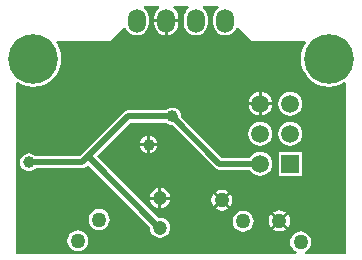
<source format=gbl>
G04 Layer_Physical_Order=2*
G04 Layer_Color=16711680*
%FSLAX43Y43*%
%MOMM*%
G71*
G01*
G75*
%ADD17C,0.500*%
%ADD18C,1.270*%
%ADD19C,4.200*%
%ADD20O,1.500X2.000*%
%ADD21R,1.500X1.500*%
%ADD22C,1.500*%
%ADD23C,1.200*%
%ADD24C,1.000*%
G36*
X18179Y21822D02*
X18037Y21713D01*
X17876Y21504D01*
X17776Y21261D01*
X17741Y21000D01*
Y20500D01*
X17776Y20239D01*
X17876Y19996D01*
X18037Y19787D01*
X18246Y19626D01*
X18489Y19526D01*
X18750Y19491D01*
X19011Y19526D01*
X19254Y19626D01*
X19463Y19787D01*
X19624Y19996D01*
X19661Y20087D01*
X19871Y20129D01*
X21000Y19000D01*
X25483D01*
X25559Y18839D01*
X25537Y18812D01*
X25318Y18404D01*
X25184Y17961D01*
X25139Y17500D01*
X25184Y17039D01*
X25318Y16596D01*
X25537Y16188D01*
X25830Y15830D01*
X26188Y15537D01*
X26596Y15318D01*
X27039Y15184D01*
X27500Y15139D01*
X27961Y15184D01*
X28404Y15318D01*
X28812Y15537D01*
X28839Y15559D01*
X29000Y15483D01*
Y1000D01*
X25488D01*
X25453Y1178D01*
X25571Y1227D01*
X25756Y1369D01*
X25898Y1554D01*
X25987Y1769D01*
X26018Y2000D01*
X25987Y2231D01*
X25898Y2446D01*
X25756Y2631D01*
X25571Y2773D01*
X25356Y2862D01*
X25125Y2893D01*
X24894Y2862D01*
X24679Y2773D01*
X24494Y2631D01*
X24352Y2446D01*
X24263Y2231D01*
X24232Y2000D01*
X24263Y1769D01*
X24352Y1554D01*
X24494Y1369D01*
X24679Y1227D01*
X24797Y1178D01*
X24762Y1000D01*
X1000D01*
Y15483D01*
X1161Y15559D01*
X1188Y15537D01*
X1596Y15318D01*
X2039Y15184D01*
X2500Y15139D01*
X2961Y15184D01*
X3404Y15318D01*
X3812Y15537D01*
X4170Y15830D01*
X4463Y16188D01*
X4682Y16596D01*
X4816Y17039D01*
X4861Y17500D01*
X4816Y17961D01*
X4682Y18404D01*
X4463Y18812D01*
X4441Y18839D01*
X4517Y19000D01*
X9000D01*
X10129Y20129D01*
X10339Y20087D01*
X10377Y19996D01*
X10537Y19787D01*
X10746Y19626D01*
X10989Y19526D01*
X11250Y19491D01*
X11511Y19526D01*
X11754Y19626D01*
X11963Y19787D01*
X12123Y19996D01*
X12224Y20239D01*
X12259Y20500D01*
Y21000D01*
X12224Y21261D01*
X12123Y21504D01*
X11963Y21713D01*
X11821Y21822D01*
X11882Y22000D01*
X13112D01*
X13172Y21822D01*
X13034Y21716D01*
X12873Y21506D01*
X12772Y21262D01*
X12737Y21000D01*
Y20877D01*
X13750D01*
X14763D01*
Y21000D01*
X14728Y21262D01*
X14627Y21506D01*
X14466Y21716D01*
X14328Y21822D01*
X14388Y22000D01*
X15618D01*
X15679Y21822D01*
X15537Y21713D01*
X15377Y21504D01*
X15276Y21261D01*
X15241Y21000D01*
Y20500D01*
X15276Y20239D01*
X15377Y19996D01*
X15537Y19787D01*
X15746Y19626D01*
X15989Y19526D01*
X16250Y19491D01*
X16511Y19526D01*
X16754Y19626D01*
X16963Y19787D01*
X17124Y19996D01*
X17224Y20239D01*
X17259Y20500D01*
Y21000D01*
X17224Y21261D01*
X17124Y21504D01*
X16963Y21713D01*
X16821Y21822D01*
X16882Y22000D01*
X18118D01*
X18179Y21822D01*
D02*
G37*
%LPC*%
G36*
X17742Y6078D02*
X17677Y5994D01*
X17588Y5778D01*
X17557Y5546D01*
X17588Y5314D01*
X17677Y5098D01*
X17742Y5014D01*
X18274Y5546D01*
X17742Y6078D01*
D02*
G37*
G36*
X13081Y5588D02*
X12363D01*
X12376Y5492D01*
X12462Y5284D01*
X12599Y5106D01*
X12777Y4969D01*
X12985Y4883D01*
X13081Y4870D01*
Y5588D01*
D02*
G37*
G36*
X14053D02*
X13335D01*
Y4870D01*
X13431Y4883D01*
X13639Y4969D01*
X13817Y5106D01*
X13954Y5284D01*
X14040Y5492D01*
X14053Y5588D01*
D02*
G37*
G36*
X19166Y6078D02*
X18634Y5546D01*
X19166Y5014D01*
X19230Y5098D01*
X19320Y5314D01*
X19351Y5546D01*
X19320Y5778D01*
X19230Y5994D01*
X19166Y6078D01*
D02*
G37*
G36*
X13335Y6560D02*
Y5842D01*
X14053D01*
X14040Y5938D01*
X13954Y6146D01*
X13817Y6324D01*
X13639Y6461D01*
X13431Y6547D01*
X13335Y6560D01*
D02*
G37*
G36*
X13081Y6560D02*
X12985Y6547D01*
X12777Y6461D01*
X12599Y6324D01*
X12462Y6146D01*
X12376Y5938D01*
X12363Y5842D01*
X13081D01*
Y6560D01*
D02*
G37*
G36*
X18454Y6443D02*
X18222Y6412D01*
X18006Y6323D01*
X17922Y6258D01*
X18454Y5726D01*
X18986Y6258D01*
X18902Y6323D01*
X18686Y6412D01*
X18454Y6443D01*
D02*
G37*
G36*
Y5366D02*
X17922Y4834D01*
X18006Y4770D01*
X18222Y4680D01*
X18454Y4649D01*
X18686Y4680D01*
X18902Y4770D01*
X18986Y4834D01*
X18454Y5366D01*
D02*
G37*
G36*
X23329Y3616D02*
X22797Y3084D01*
X22881Y3020D01*
X23097Y2930D01*
X23329Y2899D01*
X23561Y2930D01*
X23777Y3020D01*
X23861Y3084D01*
X23329Y3616D01*
D02*
G37*
G36*
X20250Y4643D02*
X20019Y4612D01*
X19804Y4523D01*
X19619Y4381D01*
X19477Y4196D01*
X19388Y3981D01*
X19357Y3750D01*
X19388Y3519D01*
X19477Y3304D01*
X19619Y3119D01*
X19804Y2977D01*
X20019Y2888D01*
X20250Y2857D01*
X20481Y2888D01*
X20696Y2977D01*
X20881Y3119D01*
X21023Y3304D01*
X21112Y3519D01*
X21143Y3750D01*
X21112Y3981D01*
X21023Y4196D01*
X20881Y4381D01*
X20696Y4523D01*
X20481Y4612D01*
X20250Y4643D01*
D02*
G37*
G36*
X6260Y2995D02*
X6029Y2964D01*
X5814Y2875D01*
X5629Y2733D01*
X5487Y2548D01*
X5398Y2333D01*
X5367Y2102D01*
X5398Y1871D01*
X5487Y1656D01*
X5629Y1471D01*
X5814Y1329D01*
X6029Y1240D01*
X6260Y1209D01*
X6491Y1240D01*
X6706Y1329D01*
X6891Y1471D01*
X7033Y1656D01*
X7122Y1871D01*
X7153Y2102D01*
X7122Y2333D01*
X7033Y2548D01*
X6891Y2733D01*
X6706Y2875D01*
X6491Y2964D01*
X6260Y2995D01*
D02*
G37*
G36*
X8056Y4791D02*
X7825Y4760D01*
X7610Y4671D01*
X7425Y4529D01*
X7283Y4344D01*
X7194Y4129D01*
X7163Y3898D01*
X7194Y3667D01*
X7283Y3452D01*
X7425Y3267D01*
X7610Y3125D01*
X7825Y3036D01*
X8056Y3005D01*
X8287Y3036D01*
X8502Y3125D01*
X8687Y3267D01*
X8829Y3452D01*
X8918Y3667D01*
X8949Y3898D01*
X8918Y4129D01*
X8829Y4344D01*
X8687Y4529D01*
X8502Y4671D01*
X8287Y4760D01*
X8056Y4791D01*
D02*
G37*
G36*
X23329Y4693D02*
X23097Y4662D01*
X22881Y4573D01*
X22797Y4508D01*
X23329Y3976D01*
X23861Y4508D01*
X23777Y4573D01*
X23561Y4662D01*
X23329Y4693D01*
D02*
G37*
G36*
X24041Y4328D02*
X23509Y3796D01*
X24041Y3264D01*
X24105Y3348D01*
X24195Y3564D01*
X24226Y3796D01*
X24195Y4028D01*
X24105Y4244D01*
X24041Y4328D01*
D02*
G37*
G36*
X22617Y4328D02*
X22552Y4244D01*
X22463Y4028D01*
X22432Y3796D01*
X22463Y3564D01*
X22552Y3348D01*
X22617Y3264D01*
X23149Y3796D01*
X22617Y4328D01*
D02*
G37*
G36*
X21583Y13578D02*
X20714D01*
X20732Y13443D01*
X20833Y13199D01*
X20994Y12989D01*
X21204Y12828D01*
X21448Y12727D01*
X21583Y12709D01*
Y13578D01*
D02*
G37*
G36*
X22706D02*
X21837D01*
Y12709D01*
X21972Y12727D01*
X22216Y12828D01*
X22426Y12989D01*
X22587Y13199D01*
X22688Y13443D01*
X22706Y13578D01*
D02*
G37*
G36*
X24250Y14714D02*
X23989Y14679D01*
X23746Y14578D01*
X23537Y14418D01*
X23376Y14209D01*
X23276Y13966D01*
X23241Y13705D01*
X23276Y13444D01*
X23376Y13201D01*
X23537Y12992D01*
X23746Y12832D01*
X23989Y12731D01*
X24250Y12696D01*
X24511Y12731D01*
X24754Y12832D01*
X24963Y12992D01*
X25124Y13201D01*
X25224Y13444D01*
X25259Y13705D01*
X25224Y13966D01*
X25124Y14209D01*
X24963Y14418D01*
X24754Y14578D01*
X24511Y14679D01*
X24250Y14714D01*
D02*
G37*
G36*
X21583Y14701D02*
X21448Y14683D01*
X21204Y14582D01*
X20994Y14421D01*
X20833Y14211D01*
X20732Y13967D01*
X20714Y13832D01*
X21583D01*
Y14701D01*
D02*
G37*
G36*
X14763Y20623D02*
X13877D01*
Y19504D01*
X14012Y19522D01*
X14256Y19623D01*
X14466Y19784D01*
X14627Y19994D01*
X14728Y20238D01*
X14763Y20500D01*
Y20623D01*
D02*
G37*
G36*
X13623D02*
X12737D01*
Y20500D01*
X12772Y20238D01*
X12873Y19994D01*
X13034Y19784D01*
X13244Y19623D01*
X13488Y19522D01*
X13623Y19504D01*
Y20623D01*
D02*
G37*
G36*
X21837Y14701D02*
Y13832D01*
X22706D01*
X22688Y13967D01*
X22587Y14211D01*
X22426Y14421D01*
X22216Y14582D01*
X21972Y14683D01*
X21837Y14701D01*
D02*
G37*
G36*
X12377Y10994D02*
Y10377D01*
X12994D01*
X12985Y10447D01*
X12909Y10630D01*
X12788Y10788D01*
X12630Y10909D01*
X12447Y10985D01*
X12377Y10994D01*
D02*
G37*
G36*
X12123Y10123D02*
X11506D01*
X11515Y10053D01*
X11591Y9870D01*
X11712Y9712D01*
X11870Y9591D01*
X12053Y9515D01*
X12123Y9506D01*
Y10123D01*
D02*
G37*
G36*
X25250Y9625D02*
X23250D01*
Y7625D01*
X25250D01*
Y9625D01*
D02*
G37*
G36*
X14250Y13381D02*
X14054Y13356D01*
X13872Y13280D01*
X13715Y13160D01*
X13696Y13135D01*
X10500D01*
X10305Y13096D01*
X10140Y12985D01*
X6765Y9610D01*
X6414Y9260D01*
X2679D01*
X2660Y9285D01*
X2503Y9405D01*
X2321Y9481D01*
X2125Y9506D01*
X1929Y9481D01*
X1747Y9405D01*
X1590Y9285D01*
X1470Y9128D01*
X1394Y8946D01*
X1369Y8750D01*
X1394Y8554D01*
X1470Y8372D01*
X1590Y8215D01*
X1747Y8095D01*
X1929Y8019D01*
X2125Y7994D01*
X2321Y8019D01*
X2503Y8095D01*
X2660Y8215D01*
X2679Y8240D01*
X6625D01*
X6820Y8279D01*
X6985Y8390D01*
X7125Y8529D01*
X12361Y3293D01*
X12351Y3215D01*
X12380Y2993D01*
X12466Y2786D01*
X12602Y2609D01*
X12779Y2473D01*
X12986Y2387D01*
X13208Y2358D01*
X13430Y2387D01*
X13637Y2473D01*
X13814Y2609D01*
X13950Y2786D01*
X14036Y2993D01*
X14065Y3215D01*
X14036Y3437D01*
X13950Y3644D01*
X13814Y3821D01*
X13637Y3957D01*
X13430Y4043D01*
X13208Y4072D01*
X13045Y4051D01*
X7846Y9250D01*
X10711Y12115D01*
X13696D01*
X13715Y12090D01*
X13872Y11970D01*
X14054Y11894D01*
X14250Y11869D01*
X14281Y11873D01*
X17890Y8265D01*
X18055Y8154D01*
X18250Y8115D01*
X20841D01*
X20997Y7912D01*
X21206Y7752D01*
X21449Y7651D01*
X21710Y7616D01*
X21971Y7651D01*
X22214Y7752D01*
X22423Y7912D01*
X22583Y8121D01*
X22684Y8364D01*
X22719Y8625D01*
X22684Y8886D01*
X22583Y9129D01*
X22423Y9338D01*
X22214Y9498D01*
X21971Y9599D01*
X21710Y9634D01*
X21449Y9599D01*
X21206Y9498D01*
X20997Y9338D01*
X20841Y9135D01*
X18461D01*
X15002Y12594D01*
X15006Y12625D01*
X14981Y12821D01*
X14905Y13003D01*
X14785Y13160D01*
X14628Y13280D01*
X14446Y13356D01*
X14250Y13381D01*
D02*
G37*
G36*
X12994Y10123D02*
X12377D01*
Y9506D01*
X12447Y9515D01*
X12630Y9591D01*
X12788Y9712D01*
X12909Y9870D01*
X12985Y10053D01*
X12994Y10123D01*
D02*
G37*
G36*
X12123Y10994D02*
X12053Y10985D01*
X11870Y10909D01*
X11712Y10788D01*
X11591Y10630D01*
X11515Y10447D01*
X11506Y10377D01*
X12123D01*
Y10994D01*
D02*
G37*
G36*
X24250Y12174D02*
X23989Y12139D01*
X23746Y12038D01*
X23537Y11878D01*
X23376Y11669D01*
X23276Y11426D01*
X23241Y11165D01*
X23276Y10904D01*
X23376Y10661D01*
X23537Y10452D01*
X23746Y10292D01*
X23989Y10191D01*
X24250Y10156D01*
X24511Y10191D01*
X24754Y10292D01*
X24963Y10452D01*
X25124Y10661D01*
X25224Y10904D01*
X25259Y11165D01*
X25224Y11426D01*
X25124Y11669D01*
X24963Y11878D01*
X24754Y12038D01*
X24511Y12139D01*
X24250Y12174D01*
D02*
G37*
G36*
X21710D02*
X21449Y12139D01*
X21206Y12038D01*
X20997Y11878D01*
X20837Y11669D01*
X20736Y11426D01*
X20701Y11165D01*
X20736Y10904D01*
X20837Y10661D01*
X20997Y10452D01*
X21206Y10292D01*
X21449Y10191D01*
X21710Y10156D01*
X21971Y10191D01*
X22214Y10292D01*
X22423Y10452D01*
X22583Y10661D01*
X22684Y10904D01*
X22719Y11165D01*
X22684Y11426D01*
X22583Y11669D01*
X22423Y11878D01*
X22214Y12038D01*
X21971Y12139D01*
X21710Y12174D01*
D02*
G37*
%LPD*%
D17*
X14250Y12625D02*
X18250Y8625D01*
X21710D01*
X7125Y9250D02*
X10500Y12625D01*
X6625Y8750D02*
X7125Y9250D01*
X13160Y3215D02*
X13208D01*
X7125Y9250D02*
X13160Y3215D01*
X2125Y8750D02*
X6625D01*
X10500Y12625D02*
X14250D01*
D18*
X20250Y3750D02*
D03*
X18454Y5546D02*
D03*
X25125Y2000D02*
D03*
X23329Y3796D02*
D03*
X8056Y3898D02*
D03*
X6260Y2102D02*
D03*
D19*
X27500Y17500D02*
D03*
X2500D02*
D03*
D20*
X11250Y20750D02*
D03*
X13750D02*
D03*
X16250D02*
D03*
X18750D02*
D03*
D21*
X24250Y8625D02*
D03*
D22*
X21710D02*
D03*
X24250Y11165D02*
D03*
X21710D02*
D03*
X24250Y13705D02*
D03*
X21710D02*
D03*
D23*
X13208Y5715D02*
D03*
Y3215D02*
D03*
D24*
X14250Y12625D02*
D03*
X2125Y8750D02*
D03*
X12250Y10250D02*
D03*
M02*

</source>
